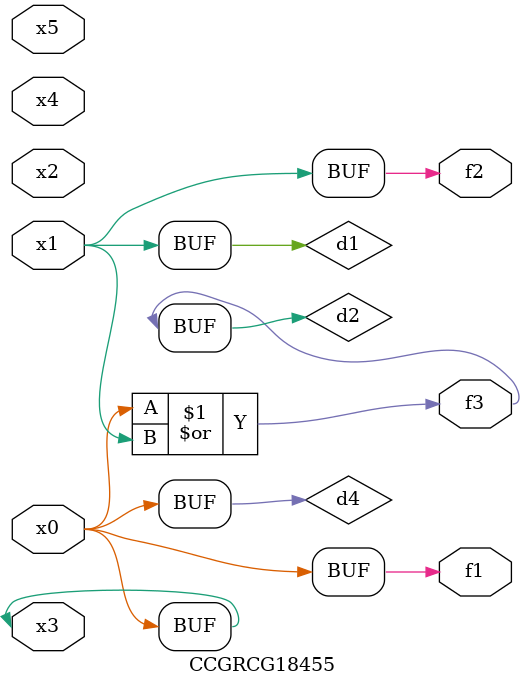
<source format=v>
module CCGRCG18455(
	input x0, x1, x2, x3, x4, x5,
	output f1, f2, f3
);

	wire d1, d2, d3, d4;

	and (d1, x1);
	or (d2, x0, x1);
	nand (d3, x0, x5);
	buf (d4, x0, x3);
	assign f1 = d4;
	assign f2 = d1;
	assign f3 = d2;
endmodule

</source>
